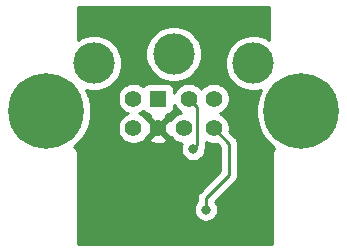
<source format=gbl>
%TF.GenerationSoftware,KiCad,Pcbnew,5.1.12-84ad8e8a86~92~ubuntu20.04.1*%
%TF.CreationDate,2021-12-07T00:18:18-06:00*%
%TF.ProjectId,portboard_ffc,706f7274-626f-4617-9264-5f6666632e6b,rev?*%
%TF.SameCoordinates,Original*%
%TF.FileFunction,Copper,L2,Bot*%
%TF.FilePolarity,Positive*%
%FSLAX46Y46*%
G04 Gerber Fmt 4.6, Leading zero omitted, Abs format (unit mm)*
G04 Created by KiCad (PCBNEW 5.1.12-84ad8e8a86~92~ubuntu20.04.1) date 2021-12-07 00:18:18*
%MOMM*%
%LPD*%
G01*
G04 APERTURE LIST*
%TA.AperFunction,ComponentPad*%
%ADD10C,1.422400*%
%TD*%
%TA.AperFunction,ComponentPad*%
%ADD11R,1.422400X1.422400*%
%TD*%
%TA.AperFunction,ComponentPad*%
%ADD12C,3.500000*%
%TD*%
%TA.AperFunction,ComponentPad*%
%ADD13C,6.400000*%
%TD*%
%TA.AperFunction,ViaPad*%
%ADD14C,0.800000*%
%TD*%
%TA.AperFunction,Conductor*%
%ADD15C,0.250000*%
%TD*%
%TA.AperFunction,Conductor*%
%ADD16C,0.254000*%
%TD*%
%TA.AperFunction,Conductor*%
%ADD17C,0.150000*%
%TD*%
G04 APERTURE END LIST*
D10*
%TO.P,J2,7*%
%TO.N,/GPi*%
X67829000Y-41053000D03*
%TO.P,J2,4*%
%TO.N,GND*%
X65629000Y-41053000D03*
%TO.P,J2,6*%
%TO.N,/TXD+*%
X63529000Y-41053000D03*
%TO.P,J2,8*%
%TO.N,/RXD+*%
X70329000Y-41053000D03*
%TO.P,J2,5*%
%TO.N,/RXD-*%
X70329000Y-38553000D03*
%TO.P,J2,3*%
%TO.N,/TXD-*%
X63529000Y-38553000D03*
D11*
%TO.P,J2,1*%
%TO.N,/HSKo*%
X65629000Y-38553000D03*
D10*
%TO.P,J2,2*%
%TO.N,/HSKi*%
X68229000Y-38553000D03*
D12*
%TO.P,J2,SH2*%
%TO.N,N/C*%
X66929000Y-34753000D03*
%TO.P,J2,SH3*%
X60179000Y-35553000D03*
%TO.P,J2,SH1*%
X73679000Y-35553000D03*
%TD*%
D13*
%TO.P,H2,1*%
%TO.N,N/C*%
X77724000Y-39624000D03*
%TD*%
%TO.P,H1,1*%
%TO.N,N/C*%
X56134000Y-39624000D03*
%TD*%
D14*
%TO.N,/HSKi*%
X68580000Y-42799000D03*
%TO.N,/RXD+*%
X69659500Y-47942500D03*
%TD*%
D15*
%TO.N,/HSKi*%
X68940199Y-39264199D02*
X68940199Y-42438801D01*
X68229000Y-38553000D02*
X68940199Y-39264199D01*
X68940199Y-42438801D02*
X68580000Y-42799000D01*
%TO.N,/RXD+*%
X69659500Y-47942500D02*
X69659500Y-46990000D01*
X69659500Y-46990000D02*
X71628000Y-45021500D01*
X71628000Y-42352000D02*
X70329000Y-41053000D01*
X71628000Y-45021500D02*
X71628000Y-42352000D01*
%TD*%
D16*
%TO.N,GND*%
X75032001Y-33588631D02*
X74808721Y-33439440D01*
X74374679Y-33259654D01*
X73913902Y-33168000D01*
X73444098Y-33168000D01*
X72983321Y-33259654D01*
X72549279Y-33439440D01*
X72158651Y-33700450D01*
X71826450Y-34032651D01*
X71565440Y-34423279D01*
X71385654Y-34857321D01*
X71294000Y-35318098D01*
X71294000Y-35787902D01*
X71385654Y-36248679D01*
X71565440Y-36682721D01*
X71826450Y-37073349D01*
X72158651Y-37405550D01*
X72549279Y-37666560D01*
X72983321Y-37846346D01*
X73444098Y-37938000D01*
X73913902Y-37938000D01*
X74303489Y-37860507D01*
X74036377Y-38505372D01*
X73889000Y-39246285D01*
X73889000Y-40001715D01*
X74036377Y-40742628D01*
X74325467Y-41440554D01*
X74745161Y-42068670D01*
X75279330Y-42602839D01*
X75464384Y-42726488D01*
X75394575Y-42811550D01*
X75333290Y-42926207D01*
X75295550Y-43050617D01*
X75282807Y-43180000D01*
X75286000Y-43212418D01*
X75286001Y-50902000D01*
X58826000Y-50902000D01*
X58826000Y-43212418D01*
X58829193Y-43180000D01*
X58816450Y-43050617D01*
X58778710Y-42926207D01*
X58717425Y-42811550D01*
X58634948Y-42711052D01*
X58537010Y-42630676D01*
X58578670Y-42602839D01*
X59112839Y-42068670D01*
X59532533Y-41440554D01*
X59821623Y-40742628D01*
X59969000Y-40001715D01*
X59969000Y-39246285D01*
X59821623Y-38505372D01*
X59786431Y-38420411D01*
X62182800Y-38420411D01*
X62182800Y-38685589D01*
X62234533Y-38945672D01*
X62336013Y-39190665D01*
X62483338Y-39411153D01*
X62670847Y-39598662D01*
X62891335Y-39745987D01*
X63028976Y-39803000D01*
X62891335Y-39860013D01*
X62670847Y-40007338D01*
X62483338Y-40194847D01*
X62336013Y-40415335D01*
X62234533Y-40660328D01*
X62182800Y-40920411D01*
X62182800Y-41185589D01*
X62234533Y-41445672D01*
X62336013Y-41690665D01*
X62483338Y-41911153D01*
X62670847Y-42098662D01*
X62891335Y-42245987D01*
X63136328Y-42347467D01*
X63396411Y-42399200D01*
X63661589Y-42399200D01*
X63921672Y-42347467D01*
X64166665Y-42245987D01*
X64387153Y-42098662D01*
X64503542Y-41982273D01*
X64879332Y-41982273D01*
X64940152Y-42217183D01*
X65180509Y-42329202D01*
X65438102Y-42392176D01*
X65703030Y-42403687D01*
X65965113Y-42363291D01*
X66214280Y-42272542D01*
X66317848Y-42217183D01*
X66378668Y-41982273D01*
X65629000Y-41232605D01*
X64879332Y-41982273D01*
X64503542Y-41982273D01*
X64574662Y-41911153D01*
X64654903Y-41791063D01*
X64699727Y-41802668D01*
X65449395Y-41053000D01*
X64699727Y-40303332D01*
X64654903Y-40314937D01*
X64574662Y-40194847D01*
X64387153Y-40007338D01*
X64166665Y-39860013D01*
X64029024Y-39803000D01*
X64166665Y-39745987D01*
X64379344Y-39603880D01*
X64387263Y-39618694D01*
X64466615Y-39715385D01*
X64563306Y-39794737D01*
X64673620Y-39853702D01*
X64793318Y-39890012D01*
X64917800Y-39902272D01*
X64936668Y-39902272D01*
X64879332Y-40123727D01*
X65629000Y-40873395D01*
X66378668Y-40123727D01*
X66321332Y-39902272D01*
X66340200Y-39902272D01*
X66464682Y-39890012D01*
X66584380Y-39853702D01*
X66694694Y-39794737D01*
X66791385Y-39715385D01*
X66870737Y-39618694D01*
X66929702Y-39508380D01*
X66966012Y-39388682D01*
X66978272Y-39264200D01*
X66978272Y-39051267D01*
X67036013Y-39190665D01*
X67183338Y-39411153D01*
X67370847Y-39598662D01*
X67570246Y-39731896D01*
X67436328Y-39758533D01*
X67191335Y-39860013D01*
X66970847Y-40007338D01*
X66783338Y-40194847D01*
X66688348Y-40337009D01*
X66558273Y-40303332D01*
X65808605Y-41053000D01*
X66558273Y-41802668D01*
X66688348Y-41768991D01*
X66783338Y-41911153D01*
X66970847Y-42098662D01*
X67191335Y-42245987D01*
X67436328Y-42347467D01*
X67630738Y-42386137D01*
X67584774Y-42497102D01*
X67545000Y-42697061D01*
X67545000Y-42900939D01*
X67584774Y-43100898D01*
X67662795Y-43289256D01*
X67776063Y-43458774D01*
X67920226Y-43602937D01*
X68089744Y-43716205D01*
X68278102Y-43794226D01*
X68478061Y-43834000D01*
X68681939Y-43834000D01*
X68881898Y-43794226D01*
X69070256Y-43716205D01*
X69239774Y-43602937D01*
X69383937Y-43458774D01*
X69497205Y-43289256D01*
X69575226Y-43100898D01*
X69615000Y-42900939D01*
X69615000Y-42788567D01*
X69645745Y-42731048D01*
X69689202Y-42587787D01*
X69700199Y-42476134D01*
X69700199Y-42476125D01*
X69703875Y-42438802D01*
X69700199Y-42401479D01*
X69700199Y-42249659D01*
X69936328Y-42347467D01*
X70196411Y-42399200D01*
X70461589Y-42399200D01*
X70577368Y-42376170D01*
X70868001Y-42666804D01*
X70868000Y-44706697D01*
X69148498Y-46426201D01*
X69119500Y-46449999D01*
X69095702Y-46478997D01*
X69095701Y-46478998D01*
X69024526Y-46565724D01*
X68953954Y-46697754D01*
X68910498Y-46841015D01*
X68895824Y-46990000D01*
X68899501Y-47027332D01*
X68899501Y-47238788D01*
X68855563Y-47282726D01*
X68742295Y-47452244D01*
X68664274Y-47640602D01*
X68624500Y-47840561D01*
X68624500Y-48044439D01*
X68664274Y-48244398D01*
X68742295Y-48432756D01*
X68855563Y-48602274D01*
X68999726Y-48746437D01*
X69169244Y-48859705D01*
X69357602Y-48937726D01*
X69557561Y-48977500D01*
X69761439Y-48977500D01*
X69961398Y-48937726D01*
X70149756Y-48859705D01*
X70319274Y-48746437D01*
X70463437Y-48602274D01*
X70576705Y-48432756D01*
X70654726Y-48244398D01*
X70694500Y-48044439D01*
X70694500Y-47840561D01*
X70654726Y-47640602D01*
X70576705Y-47452244D01*
X70463437Y-47282726D01*
X70452506Y-47271795D01*
X72139009Y-45585294D01*
X72168001Y-45561501D01*
X72191795Y-45532508D01*
X72191799Y-45532504D01*
X72262973Y-45445777D01*
X72262974Y-45445776D01*
X72333546Y-45313747D01*
X72377003Y-45170486D01*
X72388000Y-45058833D01*
X72388000Y-45058824D01*
X72391676Y-45021501D01*
X72388000Y-44984178D01*
X72388000Y-42389322D01*
X72391676Y-42351999D01*
X72388000Y-42314676D01*
X72388000Y-42314667D01*
X72377003Y-42203014D01*
X72333546Y-42059753D01*
X72262974Y-41927724D01*
X72225281Y-41881795D01*
X72191799Y-41840996D01*
X72191795Y-41840992D01*
X72168001Y-41811999D01*
X72139008Y-41788205D01*
X71652170Y-41301368D01*
X71675200Y-41185589D01*
X71675200Y-40920411D01*
X71623467Y-40660328D01*
X71521987Y-40415335D01*
X71374662Y-40194847D01*
X71187153Y-40007338D01*
X70966665Y-39860013D01*
X70829024Y-39803000D01*
X70966665Y-39745987D01*
X71187153Y-39598662D01*
X71374662Y-39411153D01*
X71521987Y-39190665D01*
X71623467Y-38945672D01*
X71675200Y-38685589D01*
X71675200Y-38420411D01*
X71623467Y-38160328D01*
X71521987Y-37915335D01*
X71374662Y-37694847D01*
X71187153Y-37507338D01*
X70966665Y-37360013D01*
X70721672Y-37258533D01*
X70461589Y-37206800D01*
X70196411Y-37206800D01*
X69936328Y-37258533D01*
X69691335Y-37360013D01*
X69470847Y-37507338D01*
X69283338Y-37694847D01*
X69279000Y-37701339D01*
X69274662Y-37694847D01*
X69087153Y-37507338D01*
X68866665Y-37360013D01*
X68621672Y-37258533D01*
X68361589Y-37206800D01*
X68096411Y-37206800D01*
X67836328Y-37258533D01*
X67591335Y-37360013D01*
X67370847Y-37507338D01*
X67183338Y-37694847D01*
X67036013Y-37915335D01*
X66978272Y-38054733D01*
X66978272Y-37841800D01*
X66966012Y-37717318D01*
X66929702Y-37597620D01*
X66870737Y-37487306D01*
X66791385Y-37390615D01*
X66694694Y-37311263D01*
X66584380Y-37252298D01*
X66464682Y-37215988D01*
X66340200Y-37203728D01*
X64917800Y-37203728D01*
X64793318Y-37215988D01*
X64673620Y-37252298D01*
X64563306Y-37311263D01*
X64466615Y-37390615D01*
X64387263Y-37487306D01*
X64379344Y-37502120D01*
X64166665Y-37360013D01*
X63921672Y-37258533D01*
X63661589Y-37206800D01*
X63396411Y-37206800D01*
X63136328Y-37258533D01*
X62891335Y-37360013D01*
X62670847Y-37507338D01*
X62483338Y-37694847D01*
X62336013Y-37915335D01*
X62234533Y-38160328D01*
X62182800Y-38420411D01*
X59786431Y-38420411D01*
X59554511Y-37860507D01*
X59944098Y-37938000D01*
X60413902Y-37938000D01*
X60874679Y-37846346D01*
X61308721Y-37666560D01*
X61699349Y-37405550D01*
X62031550Y-37073349D01*
X62292560Y-36682721D01*
X62472346Y-36248679D01*
X62564000Y-35787902D01*
X62564000Y-35318098D01*
X62472346Y-34857321D01*
X62331836Y-34518098D01*
X64544000Y-34518098D01*
X64544000Y-34987902D01*
X64635654Y-35448679D01*
X64815440Y-35882721D01*
X65076450Y-36273349D01*
X65408651Y-36605550D01*
X65799279Y-36866560D01*
X66233321Y-37046346D01*
X66694098Y-37138000D01*
X67163902Y-37138000D01*
X67624679Y-37046346D01*
X68058721Y-36866560D01*
X68449349Y-36605550D01*
X68781550Y-36273349D01*
X69042560Y-35882721D01*
X69222346Y-35448679D01*
X69314000Y-34987902D01*
X69314000Y-34518098D01*
X69222346Y-34057321D01*
X69042560Y-33623279D01*
X68781550Y-33232651D01*
X68449349Y-32900450D01*
X68058721Y-32639440D01*
X67624679Y-32459654D01*
X67163902Y-32368000D01*
X66694098Y-32368000D01*
X66233321Y-32459654D01*
X65799279Y-32639440D01*
X65408651Y-32900450D01*
X65076450Y-33232651D01*
X64815440Y-33623279D01*
X64635654Y-34057321D01*
X64544000Y-34518098D01*
X62331836Y-34518098D01*
X62292560Y-34423279D01*
X62031550Y-34032651D01*
X61699349Y-33700450D01*
X61308721Y-33439440D01*
X60874679Y-33259654D01*
X60413902Y-33168000D01*
X59944098Y-33168000D01*
X59483321Y-33259654D01*
X59049279Y-33439440D01*
X58826000Y-33588631D01*
X58826000Y-30822500D01*
X75032000Y-30822500D01*
X75032001Y-33588631D01*
%TA.AperFunction,Conductor*%
D17*
G36*
X75032001Y-33588631D02*
G01*
X74808721Y-33439440D01*
X74374679Y-33259654D01*
X73913902Y-33168000D01*
X73444098Y-33168000D01*
X72983321Y-33259654D01*
X72549279Y-33439440D01*
X72158651Y-33700450D01*
X71826450Y-34032651D01*
X71565440Y-34423279D01*
X71385654Y-34857321D01*
X71294000Y-35318098D01*
X71294000Y-35787902D01*
X71385654Y-36248679D01*
X71565440Y-36682721D01*
X71826450Y-37073349D01*
X72158651Y-37405550D01*
X72549279Y-37666560D01*
X72983321Y-37846346D01*
X73444098Y-37938000D01*
X73913902Y-37938000D01*
X74303489Y-37860507D01*
X74036377Y-38505372D01*
X73889000Y-39246285D01*
X73889000Y-40001715D01*
X74036377Y-40742628D01*
X74325467Y-41440554D01*
X74745161Y-42068670D01*
X75279330Y-42602839D01*
X75464384Y-42726488D01*
X75394575Y-42811550D01*
X75333290Y-42926207D01*
X75295550Y-43050617D01*
X75282807Y-43180000D01*
X75286000Y-43212418D01*
X75286001Y-50902000D01*
X58826000Y-50902000D01*
X58826000Y-43212418D01*
X58829193Y-43180000D01*
X58816450Y-43050617D01*
X58778710Y-42926207D01*
X58717425Y-42811550D01*
X58634948Y-42711052D01*
X58537010Y-42630676D01*
X58578670Y-42602839D01*
X59112839Y-42068670D01*
X59532533Y-41440554D01*
X59821623Y-40742628D01*
X59969000Y-40001715D01*
X59969000Y-39246285D01*
X59821623Y-38505372D01*
X59786431Y-38420411D01*
X62182800Y-38420411D01*
X62182800Y-38685589D01*
X62234533Y-38945672D01*
X62336013Y-39190665D01*
X62483338Y-39411153D01*
X62670847Y-39598662D01*
X62891335Y-39745987D01*
X63028976Y-39803000D01*
X62891335Y-39860013D01*
X62670847Y-40007338D01*
X62483338Y-40194847D01*
X62336013Y-40415335D01*
X62234533Y-40660328D01*
X62182800Y-40920411D01*
X62182800Y-41185589D01*
X62234533Y-41445672D01*
X62336013Y-41690665D01*
X62483338Y-41911153D01*
X62670847Y-42098662D01*
X62891335Y-42245987D01*
X63136328Y-42347467D01*
X63396411Y-42399200D01*
X63661589Y-42399200D01*
X63921672Y-42347467D01*
X64166665Y-42245987D01*
X64387153Y-42098662D01*
X64503542Y-41982273D01*
X64879332Y-41982273D01*
X64940152Y-42217183D01*
X65180509Y-42329202D01*
X65438102Y-42392176D01*
X65703030Y-42403687D01*
X65965113Y-42363291D01*
X66214280Y-42272542D01*
X66317848Y-42217183D01*
X66378668Y-41982273D01*
X65629000Y-41232605D01*
X64879332Y-41982273D01*
X64503542Y-41982273D01*
X64574662Y-41911153D01*
X64654903Y-41791063D01*
X64699727Y-41802668D01*
X65449395Y-41053000D01*
X64699727Y-40303332D01*
X64654903Y-40314937D01*
X64574662Y-40194847D01*
X64387153Y-40007338D01*
X64166665Y-39860013D01*
X64029024Y-39803000D01*
X64166665Y-39745987D01*
X64379344Y-39603880D01*
X64387263Y-39618694D01*
X64466615Y-39715385D01*
X64563306Y-39794737D01*
X64673620Y-39853702D01*
X64793318Y-39890012D01*
X64917800Y-39902272D01*
X64936668Y-39902272D01*
X64879332Y-40123727D01*
X65629000Y-40873395D01*
X66378668Y-40123727D01*
X66321332Y-39902272D01*
X66340200Y-39902272D01*
X66464682Y-39890012D01*
X66584380Y-39853702D01*
X66694694Y-39794737D01*
X66791385Y-39715385D01*
X66870737Y-39618694D01*
X66929702Y-39508380D01*
X66966012Y-39388682D01*
X66978272Y-39264200D01*
X66978272Y-39051267D01*
X67036013Y-39190665D01*
X67183338Y-39411153D01*
X67370847Y-39598662D01*
X67570246Y-39731896D01*
X67436328Y-39758533D01*
X67191335Y-39860013D01*
X66970847Y-40007338D01*
X66783338Y-40194847D01*
X66688348Y-40337009D01*
X66558273Y-40303332D01*
X65808605Y-41053000D01*
X66558273Y-41802668D01*
X66688348Y-41768991D01*
X66783338Y-41911153D01*
X66970847Y-42098662D01*
X67191335Y-42245987D01*
X67436328Y-42347467D01*
X67630738Y-42386137D01*
X67584774Y-42497102D01*
X67545000Y-42697061D01*
X67545000Y-42900939D01*
X67584774Y-43100898D01*
X67662795Y-43289256D01*
X67776063Y-43458774D01*
X67920226Y-43602937D01*
X68089744Y-43716205D01*
X68278102Y-43794226D01*
X68478061Y-43834000D01*
X68681939Y-43834000D01*
X68881898Y-43794226D01*
X69070256Y-43716205D01*
X69239774Y-43602937D01*
X69383937Y-43458774D01*
X69497205Y-43289256D01*
X69575226Y-43100898D01*
X69615000Y-42900939D01*
X69615000Y-42788567D01*
X69645745Y-42731048D01*
X69689202Y-42587787D01*
X69700199Y-42476134D01*
X69700199Y-42476125D01*
X69703875Y-42438802D01*
X69700199Y-42401479D01*
X69700199Y-42249659D01*
X69936328Y-42347467D01*
X70196411Y-42399200D01*
X70461589Y-42399200D01*
X70577368Y-42376170D01*
X70868001Y-42666804D01*
X70868000Y-44706697D01*
X69148498Y-46426201D01*
X69119500Y-46449999D01*
X69095702Y-46478997D01*
X69095701Y-46478998D01*
X69024526Y-46565724D01*
X68953954Y-46697754D01*
X68910498Y-46841015D01*
X68895824Y-46990000D01*
X68899501Y-47027332D01*
X68899501Y-47238788D01*
X68855563Y-47282726D01*
X68742295Y-47452244D01*
X68664274Y-47640602D01*
X68624500Y-47840561D01*
X68624500Y-48044439D01*
X68664274Y-48244398D01*
X68742295Y-48432756D01*
X68855563Y-48602274D01*
X68999726Y-48746437D01*
X69169244Y-48859705D01*
X69357602Y-48937726D01*
X69557561Y-48977500D01*
X69761439Y-48977500D01*
X69961398Y-48937726D01*
X70149756Y-48859705D01*
X70319274Y-48746437D01*
X70463437Y-48602274D01*
X70576705Y-48432756D01*
X70654726Y-48244398D01*
X70694500Y-48044439D01*
X70694500Y-47840561D01*
X70654726Y-47640602D01*
X70576705Y-47452244D01*
X70463437Y-47282726D01*
X70452506Y-47271795D01*
X72139009Y-45585294D01*
X72168001Y-45561501D01*
X72191795Y-45532508D01*
X72191799Y-45532504D01*
X72262973Y-45445777D01*
X72262974Y-45445776D01*
X72333546Y-45313747D01*
X72377003Y-45170486D01*
X72388000Y-45058833D01*
X72388000Y-45058824D01*
X72391676Y-45021501D01*
X72388000Y-44984178D01*
X72388000Y-42389322D01*
X72391676Y-42351999D01*
X72388000Y-42314676D01*
X72388000Y-42314667D01*
X72377003Y-42203014D01*
X72333546Y-42059753D01*
X72262974Y-41927724D01*
X72225281Y-41881795D01*
X72191799Y-41840996D01*
X72191795Y-41840992D01*
X72168001Y-41811999D01*
X72139008Y-41788205D01*
X71652170Y-41301368D01*
X71675200Y-41185589D01*
X71675200Y-40920411D01*
X71623467Y-40660328D01*
X71521987Y-40415335D01*
X71374662Y-40194847D01*
X71187153Y-40007338D01*
X70966665Y-39860013D01*
X70829024Y-39803000D01*
X70966665Y-39745987D01*
X71187153Y-39598662D01*
X71374662Y-39411153D01*
X71521987Y-39190665D01*
X71623467Y-38945672D01*
X71675200Y-38685589D01*
X71675200Y-38420411D01*
X71623467Y-38160328D01*
X71521987Y-37915335D01*
X71374662Y-37694847D01*
X71187153Y-37507338D01*
X70966665Y-37360013D01*
X70721672Y-37258533D01*
X70461589Y-37206800D01*
X70196411Y-37206800D01*
X69936328Y-37258533D01*
X69691335Y-37360013D01*
X69470847Y-37507338D01*
X69283338Y-37694847D01*
X69279000Y-37701339D01*
X69274662Y-37694847D01*
X69087153Y-37507338D01*
X68866665Y-37360013D01*
X68621672Y-37258533D01*
X68361589Y-37206800D01*
X68096411Y-37206800D01*
X67836328Y-37258533D01*
X67591335Y-37360013D01*
X67370847Y-37507338D01*
X67183338Y-37694847D01*
X67036013Y-37915335D01*
X66978272Y-38054733D01*
X66978272Y-37841800D01*
X66966012Y-37717318D01*
X66929702Y-37597620D01*
X66870737Y-37487306D01*
X66791385Y-37390615D01*
X66694694Y-37311263D01*
X66584380Y-37252298D01*
X66464682Y-37215988D01*
X66340200Y-37203728D01*
X64917800Y-37203728D01*
X64793318Y-37215988D01*
X64673620Y-37252298D01*
X64563306Y-37311263D01*
X64466615Y-37390615D01*
X64387263Y-37487306D01*
X64379344Y-37502120D01*
X64166665Y-37360013D01*
X63921672Y-37258533D01*
X63661589Y-37206800D01*
X63396411Y-37206800D01*
X63136328Y-37258533D01*
X62891335Y-37360013D01*
X62670847Y-37507338D01*
X62483338Y-37694847D01*
X62336013Y-37915335D01*
X62234533Y-38160328D01*
X62182800Y-38420411D01*
X59786431Y-38420411D01*
X59554511Y-37860507D01*
X59944098Y-37938000D01*
X60413902Y-37938000D01*
X60874679Y-37846346D01*
X61308721Y-37666560D01*
X61699349Y-37405550D01*
X62031550Y-37073349D01*
X62292560Y-36682721D01*
X62472346Y-36248679D01*
X62564000Y-35787902D01*
X62564000Y-35318098D01*
X62472346Y-34857321D01*
X62331836Y-34518098D01*
X64544000Y-34518098D01*
X64544000Y-34987902D01*
X64635654Y-35448679D01*
X64815440Y-35882721D01*
X65076450Y-36273349D01*
X65408651Y-36605550D01*
X65799279Y-36866560D01*
X66233321Y-37046346D01*
X66694098Y-37138000D01*
X67163902Y-37138000D01*
X67624679Y-37046346D01*
X68058721Y-36866560D01*
X68449349Y-36605550D01*
X68781550Y-36273349D01*
X69042560Y-35882721D01*
X69222346Y-35448679D01*
X69314000Y-34987902D01*
X69314000Y-34518098D01*
X69222346Y-34057321D01*
X69042560Y-33623279D01*
X68781550Y-33232651D01*
X68449349Y-32900450D01*
X68058721Y-32639440D01*
X67624679Y-32459654D01*
X67163902Y-32368000D01*
X66694098Y-32368000D01*
X66233321Y-32459654D01*
X65799279Y-32639440D01*
X65408651Y-32900450D01*
X65076450Y-33232651D01*
X64815440Y-33623279D01*
X64635654Y-34057321D01*
X64544000Y-34518098D01*
X62331836Y-34518098D01*
X62292560Y-34423279D01*
X62031550Y-34032651D01*
X61699349Y-33700450D01*
X61308721Y-33439440D01*
X60874679Y-33259654D01*
X60413902Y-33168000D01*
X59944098Y-33168000D01*
X59483321Y-33259654D01*
X59049279Y-33439440D01*
X58826000Y-33588631D01*
X58826000Y-30822500D01*
X75032000Y-30822500D01*
X75032001Y-33588631D01*
G37*
%TD.AperFunction*%
%TD*%
M02*

</source>
